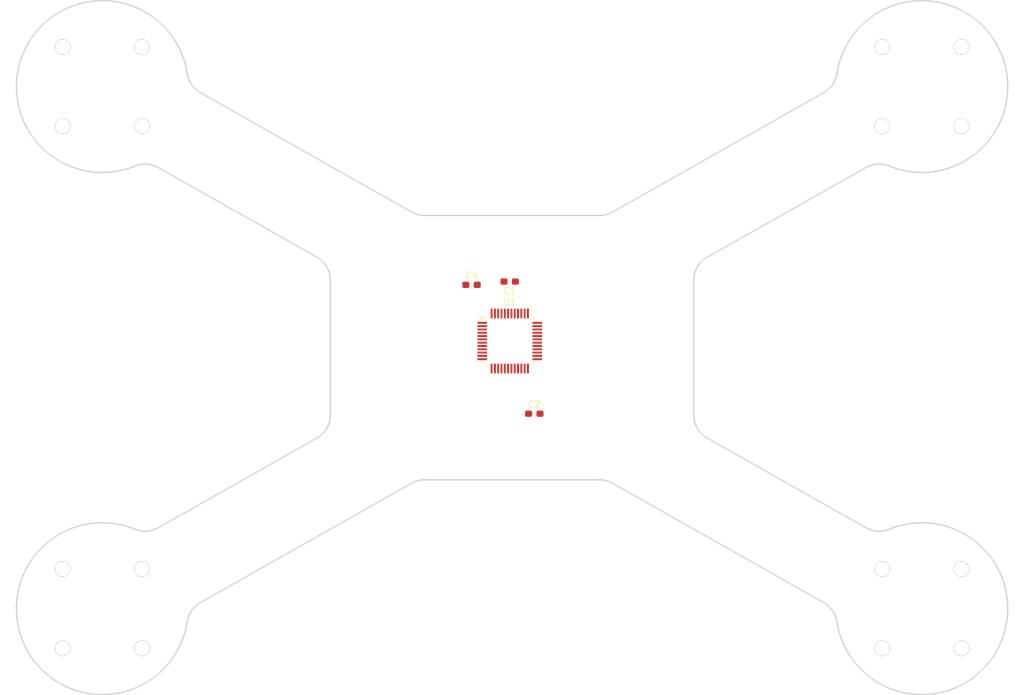
<source format=kicad_pcb>
(kicad_pcb (version 20241229) (generator "pcbnew") (generator_version "9.0")
  (layers (0 "F.Cu" signal) (4 "In1.Cu" power "GND") (6 "In2.Cu" power "VBAT") (2 "B.Cu" signal) (13 "F.Paste" user) (15 "B.Paste" user) (5 "F.SilkS" user "F.Silkscreen") (7 "B.SilkS" user "B.Silkscreen") (1 "F.Mask" user) (3 "B.Mask" user) (25 "Edge.Cuts" user))
  (net 0 "")
  (net 1 "GND")
  (net 2 "Net-(U1-VDDCORE)")
  (net 4 "Net-(C2-Pad2)")
  (net 6 "Net-(U1-VDDIN)")
  (footprint "MountingHole:MountingHole_2.2mm_M2" (layer "F.Cu") (at 94.5 66.5)
    (property "Reference" "REF**" (hide yes))
    (property "Value" "MountingHole_2.2mm_M2")
    (pad "" np_thru_hole circle (at 0 0) (size 2.2 2.2) (drill 2.2) (layers "*.Cu" "*.Mask"))
  )
  (footprint "MountingHole:MountingHole_2.2mm_M2" (layer "F.Cu") (at 82.5 54.5)
    (property "Reference" "REF**" (hide yes))
    (property "Value" "MountingHole_2.2mm_M2")
    (pad "" np_thru_hole circle (at 0 0) (size 2.2 2.2) (drill 2.2) (layers "*.Cu" "*.Mask"))
  )
  (footprint "MountingHole:MountingHole_2.2mm_M2" (layer "F.Cu") (at 218.5 133.5)
    (property "Reference" "REF**" (hide yes))
    (property "Value" "MountingHole_2.2mm_M2")
    (pad "" np_thru_hole circle (at 0 0) (size 2.2 2.2) (drill 2.2) (layers "*.Cu" "*.Mask"))
  )
  (footprint "MountingHole:MountingHole_2.2mm_M2" (layer "F.Cu") (at 94.5 54.5)
    (property "Reference" "REF**" (hide yes))
    (property "Value" "MountingHole_2.2mm_M2")
    (pad "" np_thru_hole circle (at 0 0) (size 2.2 2.2) (drill 2.2) (layers "*.Cu" "*.Mask"))
  )
  (footprint "MountingHole:MountingHole_2.2mm_M2" (layer "F.Cu") (at 82.5 145.5)
    (property "Reference" "REF**" (hide yes))
    (property "Value" "MountingHole_2.2mm_M2")
    (pad "" np_thru_hole circle (at 0 0) (size 2.2 2.2) (drill 2.2) (layers "*.Cu" "*.Mask"))
  )
  (footprint "MountingHole:MountingHole_2.2mm_M2" (layer "F.Cu") (at 94.5 133.5)
    (property "Reference" "REF**" (hide yes))
    (property "Value" "MountingHole_2.2mm_M2")
    (pad "" np_thru_hole circle (at 0 0) (size 2.2 2.2) (drill 2.2) (layers "*.Cu" "*.Mask"))
  )
  (footprint "MountingHole:MountingHole_2.2mm_M2" (layer "F.Cu") (at 82.5 66.5)
    (property "Reference" "REF**" (hide yes))
    (property "Value" "MountingHole_2.2mm_M2")
    (pad "" np_thru_hole circle (at 0 0) (size 2.2 2.2) (drill 2.2) (layers "*.Cu" "*.Mask"))
  )
  (footprint "Capacitor_SMD:C_0603_1608Metric_Pad1.08x0.95mm_HandSolder" (layer "F.Cu") (at 144.3625 90.5)
    (property "Reference" "C4" (at 0 -1.43 0) (layer "F.SilkS"))
    (property "Value" "100nF")
    (fp_line (start -0.146267 -0.51) (end 0.146267 -0.51) (stroke (width 0.12)) (layer "F.SilkS"))
    (fp_line (start -0.146267 0.51) (end 0.146267 0.51) (stroke (width 0.12)) (layer "F.SilkS"))
    (pad "1" smd roundrect (at -0.8625 0) (size 1.075 0.95) (layers "F.Cu" "F.Mask" "F.Paste"))
    (pad "2" smd roundrect (at 0.8625 0) (size 1.075 0.95) (layers "F.Cu" "F.Mask" "F.Paste") (net 6 "Net-(U1-VDDIN)"))
  )
  (footprint "MountingHole:MountingHole_2.2mm_M2" (layer "F.Cu") (at 206.5 66.5)
    (property "Reference" "REF**" (hide yes))
    (property "Value" "MountingHole_2.2mm_M2")
    (pad "" np_thru_hole circle (at 0 0) (size 2.2 2.2) (drill 2.2) (layers "*.Cu" "*.Mask"))
  )
  (footprint "MountingHole:MountingHole_2.2mm_M2" (layer "F.Cu") (at 206.5 54.5)
    (property "Reference" "REF**" (hide yes))
    (property "Value" "MountingHole_2.2mm_M2")
    (pad "" np_thru_hole circle (at 0 0) (size 2.2 2.2) (drill 2.2) (layers "*.Cu" "*.Mask"))
  )
  (footprint "MountingHole:MountingHole_2.2mm_M2" (layer "F.Cu") (at 94.5 145.5)
    (property "Reference" "REF**" (hide yes))
    (property "Value" "MountingHole_2.2mm_M2")
    (pad "" np_thru_hole circle (at 0 0) (size 2.2 2.2) (drill 2.2) (layers "*.Cu" "*.Mask"))
  )
  (footprint "MountingHole:MountingHole_2.2mm_M2" (layer "F.Cu") (at 218.5 54.5)
    (property "Reference" "REF**" (hide yes))
    (property "Value" "MountingHole_2.2mm_M2")
    (pad "" np_thru_hole circle (at 0 0) (size 2.2 2.2) (drill 2.2) (layers "*.Cu" "*.Mask"))
  )
  (footprint "MountingHole:MountingHole_2.2mm_M2" (layer "F.Cu") (at 206.5 133.5)
    (property "Reference" "REF**" (hide yes))
    (property "Value" "MountingHole_2.2mm_M2")
    (pad "" np_thru_hole circle (at 0 0) (size 2.2 2.2) (drill 2.2) (layers "*.Cu" "*.Mask"))
  )
  (footprint "MountingHole:MountingHole_2.2mm_M2" (layer "F.Cu") (at 82.5 133.5)
    (property "Reference" "REF**" (hide yes))
    (property "Value" "MountingHole_2.2mm_M2")
    (pad "" np_thru_hole circle (at 0 0) (size 2.2 2.2) (drill 2.2) (layers "*.Cu" "*.Mask"))
  )
  (footprint "MountingHole:MountingHole_2.2mm_M2" (layer "F.Cu") (at 218.5 145.5)
    (property "Reference" "REF**" (hide yes))
    (property "Value" "MountingHole_2.2mm_M2")
    (pad "" np_thru_hole circle (at 0 0) (size 2.2 2.2) (drill 2.2) (layers "*.Cu" "*.Mask"))
  )
  (footprint "MountingHole:MountingHole_2.2mm_M2" (layer "F.Cu") (at 218.5 66.5)
    (property "Reference" "REF**" (hide yes))
    (property "Value" "MountingHole_2.2mm_M2")
    (pad "" np_thru_hole circle (at 0 0) (size 2.2 2.2) (drill 2.2) (layers "*.Cu" "*.Mask"))
  )
  (footprint "Capacitor_SMD:C_0603_1608Metric_Pad1.08x0.95mm_HandSolder" (layer "F.Cu") (at 150.1375 90 180)
    (property "Reference" "C1" (at 0 -1.43 0) (layer "F.SilkS"))
    (property "Value" "1uF")
    (fp_line (start -0.146267 0.51) (end 0.146267 0.51) (stroke (width 0.12)) (layer "F.SilkS"))
    (fp_line (start -0.146267 -0.51) (end 0.146267 -0.51) (stroke (width 0.12)) (layer "F.SilkS"))
    (pad "1" smd roundrect (at -0.8625 0 180) (size 1.075 0.95) (layers "F.Cu" "F.Mask" "F.Paste") (net 1 "GND"))
    (pad "2" smd roundrect (at 0.8625 0 180) (size 1.075 0.95) (layers "F.Cu" "F.Mask" "F.Paste") (net 2 "Net-(U1-VDDCORE)"))
  )
  (footprint "Package_QFP:TQFP-48_7x7mm_P0.5mm" (layer "F.Cu") (at 150.15 99)
    (property "Reference" "U1" (at 0 -5.85 0) (layer "F.SilkS"))
    (property "Value" "ATSAMD21G18A-A")
    (fp_line (start -3.61 -3.61) (end -3.16 -3.61) (stroke (width 0.12)) (layer "F.SilkS"))
    (fp_line (start -3.61 -3.16) (end -3.61 -3.61) (stroke (width 0.12)) (layer "F.SilkS"))
    (fp_line (start -3.61 3.61) (end -3.61 3.16) (stroke (width 0.12)) (layer "F.SilkS"))
    (fp_line (start -3.16 3.61) (end -3.61 3.61) (stroke (width 0.12)) (layer "F.SilkS"))
    (fp_line (start 3.16 -3.61) (end 3.61 -3.61) (stroke (width 0.12)) (layer "F.SilkS"))
    (fp_line (start 3.61 -3.61) (end 3.61 -3.16) (stroke (width 0.12)) (layer "F.SilkS"))
    (fp_line (start 3.61 3.16) (end 3.61 3.61) (stroke (width 0.12)) (layer "F.SilkS"))
    (fp_line (start 3.61 3.61) (end 3.16 3.61) (stroke (width 0.12)) (layer "F.SilkS"))
    (fp_poly (pts (xy -4.25 -3.16) (xy -4.59 -3.63) (xy -3.91 -3.63)) (stroke (width 0.12)) (fill yes) (layer "F.SilkS"))
    (pad "1" smd roundrect (at -4.1625 -2.75) (size 1.475 0.3) (layers "F.Cu" "F.Mask" "F.Paste"))
    (pad "2" smd roundrect (at -4.1625 -2.25) (size 1.475 0.3) (layers "F.Cu" "F.Mask" "F.Paste"))
    (pad "3" smd roundrect (at -4.1625 -1.75) (size 1.475 0.3) (layers "F.Cu" "F.Mask" "F.Paste"))
    (pad "4" smd roundrect (at -4.1625 -1.25) (size 1.475 0.3) (layers "F.Cu" "F.Mask" "F.Paste"))
    (pad "5" smd roundrect (at -4.1625 -0.75) (size 1.475 0.3) (layers "F.Cu" "F.Mask" "F.Paste") (net 1 "GND"))
    (pad "6" smd roundrect (at -4.1625 -0.25) (size 1.475 0.3) (layers "F.Cu" "F.Mask" "F.Paste"))
    (pad "7" smd roundrect (at -4.1625 0.25) (size 1.475 0.3) (layers "F.Cu" "F.Mask" "F.Paste"))
    (pad "8" smd roundrect (at -4.1625 0.75) (size 1.475 0.3) (layers "F.Cu" "F.Mask" "F.Paste"))
    (pad "9" smd roundrect (at -4.1625 1.25) (size 1.475 0.3) (layers "F.Cu" "F.Mask" "F.Paste"))
    (pad "10" smd roundrect (at -4.1625 1.75) (size 1.475 0.3) (layers "F.Cu" "F.Mask" "F.Paste"))
    (pad "11" smd roundrect (at -4.1625 2.25) (size 1.475 0.3) (layers "F.Cu" "F.Mask" "F.Paste"))
    (pad "12" smd roundrect (at -4.1625 2.75) (size 1.475 0.3) (layers "F.Cu" "F.Mask" "F.Paste"))
    (pad "13" smd roundrect (at -2.75 4.1625) (size 0.3 1.475) (layers "F.Cu" "F.Mask" "F.Paste"))
    (pad "14" smd roundrect (at -2.25 4.1625) (size 0.3 1.475) (layers "F.Cu" "F.Mask" "F.Paste"))
    (pad "15" smd roundrect (at -1.75 4.1625) (size 0.3 1.475) (layers "F.Cu" "F.Mask" "F.Paste"))
    (pad "16" smd roundrect (at -1.25 4.1625) (size 0.3 1.475) (layers "F.Cu" "F.Mask" "F.Paste"))
    (pad "17" smd roundrect (at -0.75 4.1625) (size 0.3 1.475) (layers "F.Cu" "F.Mask" "F.Paste"))
    (pad "18" smd roundrect (at -0.25 4.1625) (size 0.3 1.475) (layers "F.Cu" "F.Mask" "F.Paste") (net 1 "GND"))
    (pad "19" smd roundrect (at 0.25 4.1625) (size 0.3 1.475) (layers "F.Cu" "F.Mask" "F.Paste"))
    (pad "20" smd roundrect (at 0.75 4.1625) (size 0.3 1.475) (layers "F.Cu" "F.Mask" "F.Paste"))
    (pad "21" smd roundrect (at 1.25 4.1625) (size 0.3 1.475) (layers "F.Cu" "F.Mask" "F.Paste"))
    (pad "22" smd roundrect (at 1.75 4.1625) (size 0.3 1.475) (layers "F.Cu" "F.Mask" "F.Paste"))
    (pad "23" smd roundrect (at 2.25 4.1625) (size 0.3 1.475) (layers "F.Cu" "F.Mask" "F.Paste"))
    (pad "24" smd roundrect (at 2.75 4.1625) (size 0.3 1.475) (layers "F.Cu" "F.Mask" "F.Paste"))
    (pad "25" smd roundrect (at 4.1625 2.75) (size 1.475 0.3) (layers "F.Cu" "F.Mask" "F.Paste"))
    (pad "26" smd roundrect (at 4.1625 2.25) (size 1.475 0.3) (layers "F.Cu" "F.Mask" "F.Paste"))
    (pad "27" smd roundrect (at 4.1625 1.75) (size 1.475 0.3) (layers "F.Cu" "F.Mask" "F.Paste"))
    (pad "28" smd roundrect (at 4.1625 1.25) (size 1.475 0.3) (layers "F.Cu" "F.Mask" "F.Paste"))
    (pad "29" smd roundrect (at 4.1625 0.75) (size 1.475 0.3) (layers "F.Cu" "F.Mask" "F.Paste"))
    (pad "30" smd roundrect (at 4.1625 0.25) (size 1.475 0.3) (layers "F.Cu" "F.Mask" "F.Paste"))
    (pad "31" smd roundrect (at 4.1625 -0.25) (size 1.475 0.3) (layers "F.Cu" "F.Mask" "F.Paste"))
    (pad "32" smd roundrect (at 4.1625 -0.75) (size 1.475 0.3) (layers "F.Cu" "F.Mask" "F.Paste"))
    (pad "33" smd roundrect (at 4.1625 -1.25) (size 1.475 0.3) (layers "F.Cu" "F.Mask" "F.Paste"))
    (pad "34" smd roundrect (at 4.1625 -1.75) (size 1.475 0.3) (layers "F.Cu" "F.Mask" "F.Paste"))
    (pad "35" smd roundrect (at 4.1625 -2.25) (size 1.475 0.3) (layers "F.Cu" "F.Mask" "F.Paste") (net 1 "GND"))
    (pad "36" smd roundrect (at 4.1625 -2.75) (size 1.475 0.3) (layers "F.Cu" "F.Mask" "F.Paste") (net 4 "Net-(C2-Pad2)"))
    (pad "37" smd roundrect (at 2.75 -4.1625) (size 0.3 1.475) (layers "F.Cu" "F.Mask" "F.Paste"))
    (pad "38" smd roundrect (at 2.25 -4.1625) (size 0.3 1.475) (layers "F.Cu" "F.Mask" "F.Paste"))
    (pad "39" smd roundrect (at 1.75 -4.1625) (size 0.3 1.475) (layers "F.Cu" "F.Mask" "F.Paste"))
    (pad "40" smd roundrect (at 1.25 -4.1625) (size 0.3 1.475) (layers "F.Cu" "F.Mask" "F.Paste"))
    (pad "41" smd roundrect (at 0.75 -4.1625) (size 0.3 1.475) (layers "F.Cu" "F.Mask" "F.Paste"))
    (pad "42" smd roundrect (at 0.25 -4.1625) (size 0.3 1.475) (layers "F.Cu" "F.Mask" "F.Paste") (net 1 "GND"))
    (pad "43" smd roundrect (at -0.25 -4.1625) (size 0.3 1.475) (layers "F.Cu" "F.Mask" "F.Paste") (net 2 "Net-(U1-VDDCORE)"))
    (pad "44" smd roundrect (at -0.75 -4.1625) (size 0.3 1.475) (layers "F.Cu" "F.Mask" "F.Paste") (net 6 "Net-(U1-VDDIN)"))
    (pad "45" smd roundrect (at -1.25 -4.1625) (size 0.3 1.475) (layers "F.Cu" "F.Mask" "F.Paste"))
    (pad "46" smd roundrect (at -1.75 -4.1625) (size 0.3 1.475) (layers "F.Cu" "F.Mask" "F.Paste"))
    (pad "47" smd roundrect (at -2.25 -4.1625) (size 0.3 1.475) (layers "F.Cu" "F.Mask" "F.Paste"))
    (pad "48" smd roundrect (at -2.75 -4.1625) (size 0.3 1.475) (layers "F.Cu" "F.Mask" "F.Paste"))
  )
  (footprint "Capacitor_SMD:C_0603_1608Metric_Pad1.08x0.95mm_HandSolder" (layer "F.Cu") (at 153.8625 110)
    (property "Reference" "C2" (at 0 -1.43 0) (layer "F.SilkS"))
    (property "Value" "100nF")
    (fp_line (start -0.146267 -0.51) (end 0.146267 -0.51) (stroke (width 0.12)) (layer "F.SilkS"))
    (fp_line (start -0.146267 0.51) (end 0.146267 0.51) (stroke (width 0.12)) (layer "F.SilkS"))
    (pad "1" smd roundrect (at -0.8625 0) (size 1.075 0.95) (layers "F.Cu" "F.Mask" "F.Paste"))
    (pad "2" smd roundrect (at 0.8625 0) (size 1.075 0.95) (layers "F.Cu" "F.Mask" "F.Paste") (net 4 "Net-(C2-Pad2)"))
  )
  (footprint "MountingHole:MountingHole_2.2mm_M2" (layer "F.Cu") (at 206.5 145.5)
    (property "Reference" "REF**" (hide yes))
    (property "Value" "MountingHole_2.2mm_M2")
    (pad "" np_thru_hole circle (at 0 0) (size 2.2 2.2) (drill 2.2) (layers "*.Cu" "*.Mask"))
  )
  (gr_circle (center 206.499958 66.5) (end 206.499958 65.4) (stroke (width 0.2)) (fill no) (layer "Edge.Cuts"))
  (gr_circle (center 206.499958 133.5) (end 206.499958 132.4) (stroke (width 0.2)) (fill no) (layer "Edge.Cuts"))
  (gr_arc (start 77.02937 133.382353) (mid 84.101925 127.26655) (end 93.449593 127.479138) (stroke (width 0.2)) (layer "Edge.Cuts"))
  (gr_line (start 165.706127 120.517747) (end 197.662387 138.579981) (stroke (width 0.2)) (layer "Edge.Cuts"))
  (gr_arc (start 204.059124 72.73734) (mid 205.77981 72.227258) (end 207.550323 72.520862) (stroke (width 0.2)) (layer "Edge.Cuts"))
  (gr_line (start 165.706173 79.482227) (end 197.662385 61.42002) (stroke (width 0.2)) (layer "Edge.Cuts"))
  (gr_arc (start 96.940787 127.262662) (mid 95.220106 127.772744) (end 93.449593 127.479138) (stroke (width 0.2)) (layer "Edge.Cuts"))
  (gr_arc (start 165.706173 79.482227) (mid 164.755495 79.868399) (end 163.737901 80) (stroke (width 0.2)) (layer "Edge.Cuts"))
  (gr_arc (start 223.970546 66.617647) (mid 216.897991 72.73345) (end 207.550323 72.520862) (stroke (width 0.2)) (layer "Edge.Cuts"))
  (gr_line (start 137.262014 120) (end 163.737901 120) (stroke (width 0.2)) (layer "Edge.Cuts"))
  (gr_arc (start 207.550323 127.479138) (mid 205.77981 127.772744) (end 204.059129 127.262663) (stroke (width 0.2)) (layer "Edge.Cuts"))
  (gr_arc (start 135.293788 120.517748) (mid 136.244421 120.131602) (end 137.262014 120) (stroke (width 0.2)) (layer "Edge.Cuts"))
  (gr_circle (center 218.499958 145.5) (end 218.499958 144.4) (stroke (width 0.2)) (fill no) (layer "Edge.Cuts"))
  (gr_arc (start 120.968193 86.318045) (mid 122.454878 87.78447) (end 122.999958 89.80029) (stroke (width 0.2)) (layer "Edge.Cuts"))
  (gr_arc (start 163.737901 120) (mid 164.755495 120.131602) (end 165.706127 120.517747) (stroke (width 0.2)) (layer "Edge.Cuts"))
  (gr_arc (start 93.449593 72.520862) (mid 84.101925 72.733451) (end 77.02937 66.617647) (stroke (width 0.2)) (layer "Edge.Cuts"))
  (gr_line (start 180.031728 113.681957) (end 204.059129 127.262663) (stroke (width 0.2)) (layer "Edge.Cuts"))
  (gr_circle (center 94.499958 145.5) (end 94.499958 144.4) (stroke (width 0.2)) (fill no) (layer "Edge.Cuts"))
  (gr_arc (start 180.031728 113.681957) (mid 178.54504 112.21553) (end 177.999958 110.199709) (stroke (width 0.2)) (layer "Edge.Cuts"))
  (gr_arc (start 101.351453 141.459353) (mid 96.971334 149.360821) (end 88.499958 152.5) (stroke (width 0.2)) (layer "Edge.Cuts"))
  (gr_arc (start 199.648463 58.540647) (mid 204.028583 50.639179) (end 212.499958 47.5) (stroke (width 0.2)) (layer "Edge.Cuts"))
  (gr_line (start 137.262098 80) (end 163.737901 80) (stroke (width 0.2)) (layer "Edge.Cuts"))
  (gr_circle (center 94.499958 66.5) (end 94.499958 65.4) (stroke (width 0.2)) (fill no) (layer "Edge.Cuts"))
  (gr_arc (start 177.999958 89.8003) (mid 178.545043 87.784473) (end 180.031729 86.318042) (stroke (width 0.2)) (layer "Edge.Cuts"))
  (gr_circle (center 218.499958 54.5) (end 218.499958 53.4) (stroke (width 0.2)) (fill no) (layer "Edge.Cuts"))
  (gr_arc (start 122.999958 110.199707) (mid 122.454876 112.21553) (end 120.968188 113.681957) (stroke (width 0.2)) (layer "Edge.Cuts"))
  (gr_circle (center 82.499958 54.5) (end 82.499958 53.4) (stroke (width 0.2)) (fill no) (layer "Edge.Cuts"))
  (gr_arc (start 207.550323 127.479138) (mid 216.897991 127.26655) (end 223.970546 133.382353) (stroke (width 0.2)) (layer "Edge.Cuts"))
  (gr_circle (center 82.499958 66.5) (end 82.499958 65.4) (stroke (width 0.2)) (fill no) (layer "Edge.Cuts"))
  (gr_arc (start 88.499958 47.5) (mid 96.971334 50.639179) (end 101.351453 58.540647) (stroke (width 0.2)) (layer "Edge.Cuts"))
  (gr_line (start 120.968188 113.681957) (end 96.940787 127.262663) (stroke (width 0.2)) (layer "Edge.Cuts"))
  (gr_circle (center 94.499958 54.5) (end 94.499958 53.4) (stroke (width 0.2)) (fill no) (layer "Edge.Cuts"))
  (gr_line (start 122.999958 89.80029) (end 122.999958 110.199707) (stroke (width 0.2)) (layer "Edge.Cuts"))
  (gr_circle (center 82.499958 133.5) (end 82.499958 132.4) (stroke (width 0.2)) (fill no) (layer "Edge.Cuts"))
  (gr_line (start 180.031729 86.318042) (end 204.059124 72.73734) (stroke (width 0.2)) (layer "Edge.Cuts"))
  (gr_line (start 135.293788 120.517748) (end 103.33753 138.579981) (stroke (width 0.2)) (layer "Edge.Cuts"))
  (gr_line (start 135.293716 79.482212) (end 103.337576 61.420045) (stroke (width 0.2)) (layer "Edge.Cuts"))
  (gr_arc (start 197.662387 138.579981) (mid 198.986846 139.791065) (end 199.648463 141.459353) (stroke (width 0.2)) (layer "Edge.Cuts"))
  (gr_arc (start 93.449593 72.520862) (mid 95.220106 72.227257) (end 96.940792 72.73734) (stroke (width 0.2)) (layer "Edge.Cuts"))
  (gr_circle (center 206.499958 145.5) (end 206.499958 144.4) (stroke (width 0.2)) (fill no) (layer "Edge.Cuts"))
  (gr_arc (start 212.499958 47.5) (mid 223.647366 53.811555) (end 223.970546 66.617647) (stroke (width 0.2)) (layer "Edge.Cuts"))
  (gr_arc (start 212.499958 152.5) (mid 204.028582 149.360822) (end 199.648463 141.459353) (stroke (width 0.2)) (layer "Edge.Cuts"))
  (gr_arc (start 101.351453 141.459353) (mid 102.01307 139.791065) (end 103.33753 138.579981) (stroke (width 0.2)) (layer "Edge.Cuts"))
  (gr_arc (start 199.648463 58.540647) (mid 198.986855 60.208945) (end 197.662385 61.42002) (stroke (width 0.2)) (layer "Edge.Cuts"))
  (gr_arc (start 77.02937 66.617647) (mid 77.35255 53.811555) (end 88.499958 47.5) (stroke (width 0.2)) (layer "Edge.Cuts"))
  (gr_arc (start 137.262098 80) (mid 136.244425 79.868388) (end 135.293716 79.482212) (stroke (width 0.2)) (layer "Edge.Cuts"))
  (gr_line (start 120.968193 86.318045) (end 96.940792 72.73734) (stroke (width 0.2)) (layer "Edge.Cuts"))
  (gr_arc (start 223.970546 133.382353) (mid 223.647366 146.188445) (end 212.499958 152.5) (stroke (width 0.2)) (layer "Edge.Cuts"))
  (gr_circle (center 218.499958 133.5) (end 218.499958 132.4) (stroke (width 0.2)) (fill no) (layer "Edge.Cuts"))
  (gr_circle (center 206.499958 54.5) (end 206.499958 53.4) (stroke (width 0.2)) (fill no) (layer "Edge.Cuts"))
  (gr_circle (center 82.499958 145.5) (end 82.499958 144.4) (stroke (width 0.2)) (fill no) (layer "Edge.Cuts"))
  (gr_circle (center 94.499958 133.5) (end 94.499958 132.4) (stroke (width 0.2)) (fill no) (layer "Edge.Cuts"))
  (gr_arc (start 88.499958 152.5) (mid 77.35255 146.188445) (end 77.02937 133.382353) (stroke (width 0.2)) (layer "Edge.Cuts"))
  (gr_arc (start 103.337576 61.420045) (mid 102.013079 60.208932) (end 101.351453 58.540647) (stroke (width 0.2)) (layer "Edge.Cuts"))
  (gr_line (start 177.999958 89.8003) (end 177.999958 110.199709) (stroke (width 0.2)) (layer "Edge.Cuts"))
  (gr_line (start 96.940787 127.262662) (end 96.940787 127.262663) (stroke (width 0.2)) (layer "Edge.Cuts"))
  (gr_circle (center 218.499958 66.5) (end 218.499958 65.4) (stroke (width 0.2)) (fill no) (layer "Edge.Cuts"))
)
</source>
